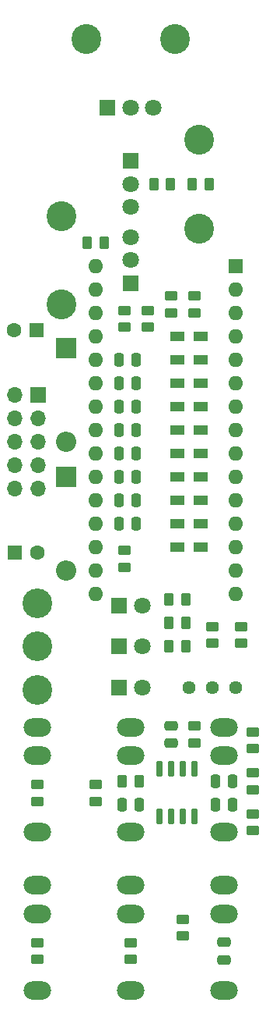
<source format=gbr>
%TF.GenerationSoftware,KiCad,Pcbnew,(5.99.0-10138-g1fe0c6d870)*%
%TF.CreationDate,2021-07-23T13:07:48+01:00*%
%TF.ProjectId,Hagiwo DCO,48616769-776f-4204-9443-4f2e6b696361,rev?*%
%TF.SameCoordinates,Original*%
%TF.FileFunction,Soldermask,Bot*%
%TF.FilePolarity,Negative*%
%FSLAX46Y46*%
G04 Gerber Fmt 4.6, Leading zero omitted, Abs format (unit mm)*
G04 Created by KiCad (PCBNEW (5.99.0-10138-g1fe0c6d870)) date 2021-07-23 13:07:48*
%MOMM*%
%LPD*%
G01*
G04 APERTURE LIST*
G04 Aperture macros list*
%AMRoundRect*
0 Rectangle with rounded corners*
0 $1 Rounding radius*
0 $2 $3 $4 $5 $6 $7 $8 $9 X,Y pos of 4 corners*
0 Add a 4 corners polygon primitive as box body*
4,1,4,$2,$3,$4,$5,$6,$7,$8,$9,$2,$3,0*
0 Add four circle primitives for the rounded corners*
1,1,$1+$1,$2,$3*
1,1,$1+$1,$4,$5*
1,1,$1+$1,$6,$7*
1,1,$1+$1,$8,$9*
0 Add four rect primitives between the rounded corners*
20,1,$1+$1,$2,$3,$4,$5,0*
20,1,$1+$1,$4,$5,$6,$7,0*
20,1,$1+$1,$6,$7,$8,$9,0*
20,1,$1+$1,$8,$9,$2,$3,0*%
G04 Aperture macros list end*
%ADD10RoundRect,0.250000X-0.475000X0.250000X-0.475000X-0.250000X0.475000X-0.250000X0.475000X0.250000X0*%
%ADD11R,1.500000X1.000000*%
%ADD12R,1.800000X1.800000*%
%ADD13C,1.800000*%
%ADD14C,3.240000*%
%ADD15C,3.230000*%
%ADD16R,2.200000X2.200000*%
%ADD17O,2.200000X2.200000*%
%ADD18O,3.000000X2.000000*%
%ADD19RoundRect,0.250000X0.262500X0.450000X-0.262500X0.450000X-0.262500X-0.450000X0.262500X-0.450000X0*%
%ADD20RoundRect,0.250000X0.450000X-0.262500X0.450000X0.262500X-0.450000X0.262500X-0.450000X-0.262500X0*%
%ADD21RoundRect,0.250000X-0.250000X-0.475000X0.250000X-0.475000X0.250000X0.475000X-0.250000X0.475000X0*%
%ADD22R,1.600000X1.600000*%
%ADD23C,1.600000*%
%ADD24RoundRect,0.250000X-0.450000X0.262500X-0.450000X-0.262500X0.450000X-0.262500X0.450000X0.262500X0*%
%ADD25C,1.440000*%
%ADD26RoundRect,0.250000X-0.262500X-0.450000X0.262500X-0.450000X0.262500X0.450000X-0.262500X0.450000X0*%
%ADD27O,1.600000X1.600000*%
%ADD28R,1.700000X1.700000*%
%ADD29O,1.700000X1.700000*%
%ADD30RoundRect,0.150000X-0.150000X0.725000X-0.150000X-0.725000X0.150000X-0.725000X0.150000X0.725000X0*%
%ADD31RoundRect,0.250000X0.250000X0.475000X-0.250000X0.475000X-0.250000X-0.475000X0.250000X-0.475000X0*%
G04 APERTURE END LIST*
D10*
%TO.C,C7*%
X121285000Y-150175000D03*
X121285000Y-148275000D03*
%TD*%
D11*
%TO.C,D15*%
X116225000Y-85090000D03*
X118725000Y-85090000D03*
%TD*%
%TO.C,D14*%
X116225000Y-82550000D03*
X118725000Y-82550000D03*
%TD*%
%TO.C,D13*%
X116225000Y-95250000D03*
X118725000Y-95250000D03*
%TD*%
%TO.C,D12*%
X116225000Y-92710000D03*
X118725000Y-92710000D03*
%TD*%
%TO.C,D10*%
X116225000Y-97790000D03*
X118725000Y-97790000D03*
%TD*%
%TO.C,D9*%
X116225000Y-105410000D03*
X118725000Y-105410000D03*
%TD*%
%TO.C,D8*%
X116225000Y-102870000D03*
X118725000Y-102870000D03*
%TD*%
%TO.C,D7*%
X116225000Y-90170000D03*
X118725000Y-90170000D03*
%TD*%
%TO.C,D6*%
X116225000Y-87630000D03*
X118725000Y-87630000D03*
%TD*%
%TO.C,D11*%
X116225000Y-100330000D03*
X118725000Y-100330000D03*
%TD*%
D12*
%TO.C,Parameter1*%
X111135000Y-76795000D03*
D13*
X111135000Y-74295000D03*
X111135000Y-71795000D03*
D14*
X103635000Y-69495000D03*
X103635000Y-79095000D03*
%TD*%
D15*
%TO.C,SW1*%
X100965000Y-111505000D03*
X100965000Y-116205000D03*
X100965000Y-120905000D03*
%TD*%
D16*
%TO.C,D5*%
X104140000Y-97790000D03*
D17*
X104140000Y-107950000D03*
%TD*%
D18*
%TO.C,J3*%
X100965000Y-124965000D03*
X100965000Y-128065000D03*
X100965000Y-136365000D03*
%TD*%
D16*
%TO.C,D4*%
X104140000Y-83820000D03*
D17*
X104140000Y-93980000D03*
%TD*%
D12*
%TO.C,D3*%
X109855000Y-120650000D03*
D13*
X112395000Y-120650000D03*
%TD*%
D12*
%TO.C,Frequency1*%
X108625000Y-57795000D03*
D13*
X111125000Y-57795000D03*
X113625000Y-57795000D03*
D14*
X106325000Y-50295000D03*
X115925000Y-50295000D03*
%TD*%
D18*
%TO.C,J4*%
X111125000Y-124965000D03*
X111125000Y-128065000D03*
X111125000Y-136365000D03*
%TD*%
D12*
%TO.C,D2*%
X109855000Y-116205000D03*
D13*
X112395000Y-116205000D03*
%TD*%
D12*
%TO.C,Parameter2*%
X111115000Y-63540000D03*
D13*
X111115000Y-66040000D03*
X111115000Y-68540000D03*
D14*
X118615000Y-70840000D03*
X118615000Y-61240000D03*
%TD*%
D12*
%TO.C,D1*%
X109850000Y-111760000D03*
D13*
X112390000Y-111760000D03*
%TD*%
D18*
%TO.C,J5*%
X111125000Y-142110000D03*
X111125000Y-145210000D03*
X111125000Y-153510000D03*
%TD*%
%TO.C,J7*%
X100965000Y-142110000D03*
X100965000Y-145210000D03*
X100965000Y-153510000D03*
%TD*%
%TO.C,J2*%
X121285000Y-142110000D03*
X121285000Y-145210000D03*
X121285000Y-153510000D03*
%TD*%
%TO.C,J6*%
X121285000Y-124965000D03*
X121285000Y-128065000D03*
X121285000Y-136365000D03*
%TD*%
D19*
%TO.C,R11*%
X115490000Y-66040000D03*
X113665000Y-66040000D03*
%TD*%
D20*
%TO.C,R13*%
X110490000Y-107592500D03*
X110490000Y-105767500D03*
%TD*%
D21*
%TO.C,C10*%
X109855000Y-95250000D03*
X111755000Y-95250000D03*
%TD*%
%TO.C,C8*%
X109855000Y-102870000D03*
X111755000Y-102870000D03*
%TD*%
D22*
%TO.C,C1*%
X100900113Y-81915000D03*
D23*
X98400113Y-81915000D03*
%TD*%
D24*
%TO.C,R1*%
X120015000Y-114022500D03*
X120015000Y-115847500D03*
%TD*%
%TO.C,R21*%
X107315000Y-131167500D03*
X107315000Y-132992500D03*
%TD*%
D21*
%TO.C,C14*%
X109855000Y-90170000D03*
X111755000Y-90170000D03*
%TD*%
D25*
%TO.C,RV1*%
X117465000Y-120650000D03*
X120005000Y-120650000D03*
X122545000Y-120650000D03*
%TD*%
D21*
%TO.C,C9*%
X109855000Y-100330000D03*
X111755000Y-100330000D03*
%TD*%
D19*
%TO.C,R9*%
X119657500Y-66040000D03*
X117832500Y-66040000D03*
%TD*%
D21*
%TO.C,C12*%
X109855000Y-97790000D03*
X111755000Y-97790000D03*
%TD*%
D26*
%TO.C,R4*%
X110212500Y-130810000D03*
X112037500Y-130810000D03*
%TD*%
D24*
%TO.C,R14*%
X118110000Y-78185000D03*
X118110000Y-80010000D03*
%TD*%
D22*
%TO.C,A1*%
X122545000Y-74930000D03*
D27*
X122545000Y-77470000D03*
X122545000Y-80010000D03*
X122545000Y-82550000D03*
X122545000Y-85090000D03*
X122545000Y-87630000D03*
X122545000Y-90170000D03*
X122545000Y-92710000D03*
X122545000Y-95250000D03*
X122545000Y-97790000D03*
X122545000Y-100330000D03*
X122545000Y-102870000D03*
X122545000Y-105410000D03*
X122545000Y-107950000D03*
X122545000Y-110490000D03*
X107305000Y-110490000D03*
X107305000Y-107950000D03*
X107305000Y-105410000D03*
X107305000Y-102870000D03*
X107305000Y-100330000D03*
X107305000Y-97790000D03*
X107305000Y-95250000D03*
X107305000Y-92710000D03*
X107305000Y-90170000D03*
X107305000Y-87630000D03*
X107305000Y-85090000D03*
X107305000Y-82550000D03*
X107305000Y-80010000D03*
X107305000Y-77470000D03*
X107305000Y-74930000D03*
%TD*%
D24*
%TO.C,R12*%
X113030000Y-79732500D03*
X113030000Y-81557500D03*
%TD*%
%TO.C,R17*%
X124460000Y-125452500D03*
X124460000Y-127277500D03*
%TD*%
%TO.C,R2*%
X123190000Y-114022500D03*
X123190000Y-115847500D03*
%TD*%
D20*
%TO.C,R19*%
X124460000Y-136167500D03*
X124460000Y-134342500D03*
%TD*%
D24*
%TO.C,R16*%
X110490000Y-79732500D03*
X110490000Y-81557500D03*
%TD*%
D21*
%TO.C,C13*%
X109855000Y-92710000D03*
X111755000Y-92710000D03*
%TD*%
D28*
%TO.C,J1*%
X101082500Y-88900000D03*
D29*
X98542500Y-88900000D03*
X101082500Y-91440000D03*
X98542500Y-91440000D03*
X101082500Y-93980000D03*
X98542500Y-93980000D03*
X101082500Y-96520000D03*
X98542500Y-96520000D03*
X101082500Y-99060000D03*
X98542500Y-99060000D03*
%TD*%
D10*
%TO.C,C3*%
X115570000Y-124780000D03*
X115570000Y-126680000D03*
%TD*%
D24*
%TO.C,R22*%
X111125000Y-148312500D03*
X111125000Y-150137500D03*
%TD*%
D21*
%TO.C,C15*%
X109855000Y-85090000D03*
X111755000Y-85090000D03*
%TD*%
D24*
%TO.C,R20*%
X100965000Y-131167500D03*
X100965000Y-132992500D03*
%TD*%
D30*
%TO.C,U1*%
X114300000Y-129505000D03*
X115570000Y-129505000D03*
X116840000Y-129505000D03*
X118110000Y-129505000D03*
X118110000Y-134655000D03*
X116840000Y-134655000D03*
X115570000Y-134655000D03*
X114300000Y-134655000D03*
%TD*%
D26*
%TO.C,R6*%
X115292500Y-113675000D03*
X117117500Y-113675000D03*
%TD*%
%TO.C,R7*%
X115292500Y-116215000D03*
X117117500Y-116215000D03*
%TD*%
D31*
%TO.C,C6*%
X112075000Y-133350000D03*
X110175000Y-133350000D03*
%TD*%
D24*
%TO.C,R8*%
X116840000Y-145772500D03*
X116840000Y-147597500D03*
%TD*%
D26*
%TO.C,R5*%
X115292500Y-111135000D03*
X117117500Y-111135000D03*
%TD*%
D21*
%TO.C,C5*%
X120335000Y-133350000D03*
X122235000Y-133350000D03*
%TD*%
D31*
%TO.C,C4*%
X122235000Y-130810000D03*
X120335000Y-130810000D03*
%TD*%
D22*
%TO.C,C2*%
X98489888Y-106045000D03*
D23*
X100989888Y-106045000D03*
%TD*%
D21*
%TO.C,C11*%
X109855000Y-87630000D03*
X111755000Y-87630000D03*
%TD*%
D24*
%TO.C,R15*%
X115570000Y-78185000D03*
X115570000Y-80010000D03*
%TD*%
D20*
%TO.C,R18*%
X124460000Y-131722500D03*
X124460000Y-129897500D03*
%TD*%
D24*
%TO.C,R3*%
X118110000Y-124817500D03*
X118110000Y-126642500D03*
%TD*%
%TO.C,R23*%
X100965000Y-148312500D03*
X100965000Y-150137500D03*
%TD*%
D26*
%TO.C,R10*%
X106402500Y-72390000D03*
X108227500Y-72390000D03*
%TD*%
M02*

</source>
